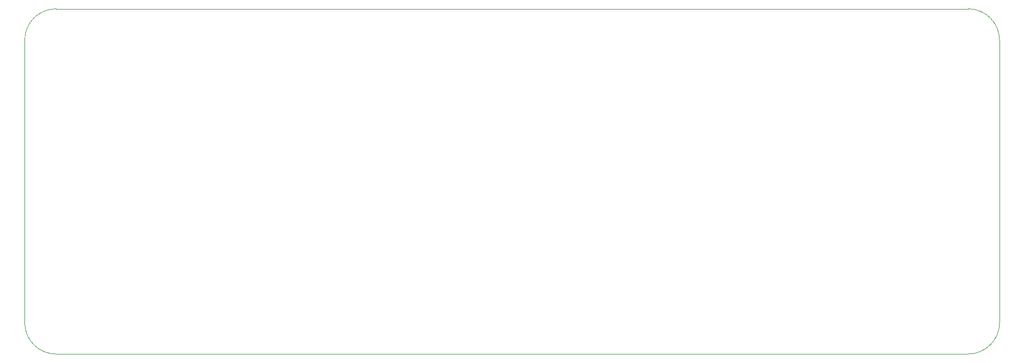
<source format=gm1>
G04*
G04 #@! TF.GenerationSoftware,Altium Limited,Altium Designer,24.3.1 (35)*
G04*
G04 Layer_Color=16711935*
%FSLAX44Y44*%
%MOMM*%
G71*
G04*
G04 #@! TF.SameCoordinates,C3A98564-D86C-46C7-A890-955D0AD343B8*
G04*
G04*
G04 #@! TF.FilePolarity,Positive*
G04*
G01*
G75*
%ADD11C,0.1000*%
D11*
X0Y50000D02*
G03*
X50000Y0I50000J0D01*
G01*
Y550000D02*
G03*
X0Y500000I0J-50000D01*
G01*
X1500000Y0D02*
G03*
X1550000Y50000I0J50000D01*
G01*
X1550000Y500000D02*
G03*
X1500000Y550000I-50000J0D01*
G01*
X50000D02*
X1500000D01*
X0Y50000D02*
Y500000D01*
X1550000Y50000D02*
Y500000D01*
X50000Y0D02*
X1500000D01*
M02*

</source>
